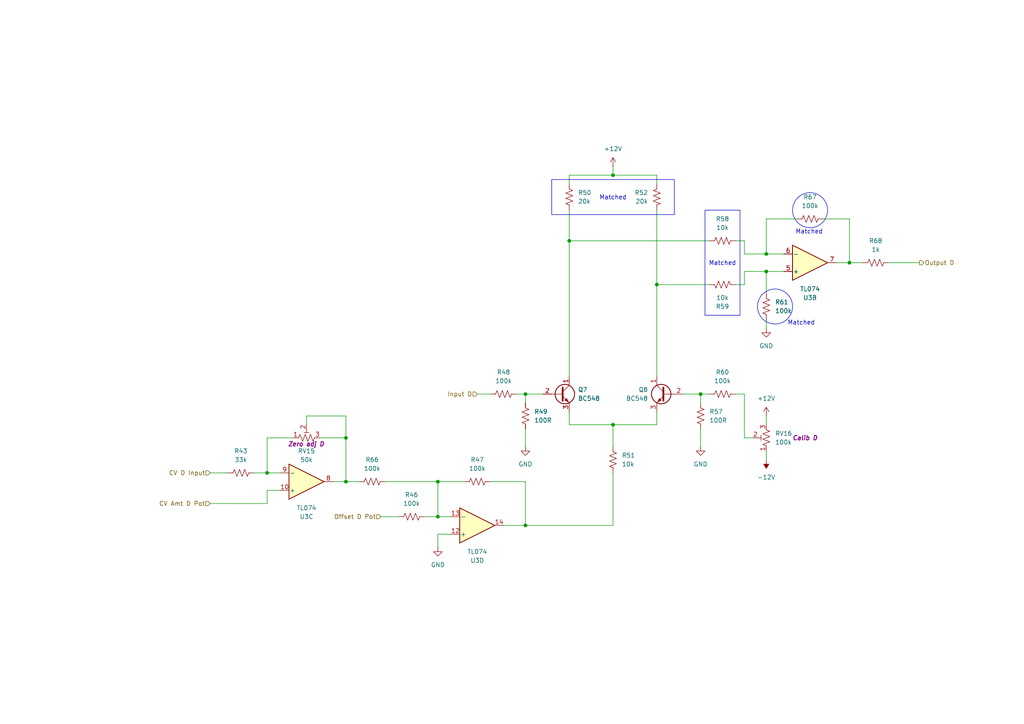
<source format=kicad_sch>
(kicad_sch (version 20250114) (generator "eeschema") (generator_version "9.0")
  (paper "A4")
  (title_block (company "DMH Instruments") (comment 1 "PCB for 5 cm Kosmo format synthesizer module"))
  (lib_symbols
    (symbol "Amplifier_Operational:TL074" (pin_names (offset 0.127))
      (property "Reference" "U" (at 0 5.08 0))
      (property "Value" "TL074" (at 0 -5.08 0))
      (symbol "TL074_1_1"
        (polyline (pts (xy -5.08 5.08) (xy 5.08 0) (xy -5.08 -5.08) (xy -5.08 5.08)) (stroke (width 0.254)) (fill (type background)))
        (pin input line (at -7.62 2.54 0) (length 2.54) (name "+") (number "3"))
        (pin input line (at -7.62 -2.54 0) (length 2.54) (name "-") (number "2"))
        (pin output line (at 7.62 0 180) (length 2.54) (name "~") (number "1"))
      )
      (symbol "TL074_2_1"
        (polyline (pts (xy -5.08 5.08) (xy 5.08 0) (xy -5.08 -5.08) (xy -5.08 5.08)) (stroke (width 0.254)) (fill (type background)))
        (pin input line (at -7.62 2.54 0) (length 2.54) (name "+") (number "5"))
        (pin input line (at -7.62 -2.54 0) (length 2.54) (name "-") (number "6"))
        (pin output line (at 7.62 0 180) (length 2.54) (name "~") (number "7"))
      )
      (symbol "TL074_3_1"
        (polyline (pts (xy -5.08 5.08) (xy 5.08 0) (xy -5.08 -5.08) (xy -5.08 5.08)) (stroke (width 0.254)) (fill (type background)))
        (pin input line (at -7.62 2.54 0) (length 2.54) (name "+") (number "10"))
        (pin input line (at -7.62 -2.54 0) (length 2.54) (name "-") (number "9"))
        (pin output line (at 7.62 0 180) (length 2.54) (name "~") (number "8"))
      )
      (symbol "TL074_4_1"
        (polyline (pts (xy -5.08 5.08) (xy 5.08 0) (xy -5.08 -5.08) (xy -5.08 5.08)) (stroke (width 0.254)) (fill (type background)))
        (pin input line (at -7.62 2.54 0) (length 2.54) (name "+") (number "12"))
        (pin input line (at -7.62 -2.54 0) (length 2.54) (name "-") (number "13"))
        (pin output line (at 7.62 0 180) (length 2.54) (name "~") (number "14"))
      )
      (symbol "TL074_5_1"
        (pin power_in line (at -2.54 7.62 270) (length 3.81) (name "V+") (number "4"))
        (pin power_in line (at -2.54 -7.62 90) (length 3.81) (name "V-") (number "11"))
      )
    )
    (symbol "Device:R_Potentiometer_Trim_US" (pin_names (offset 1.016) (hide yes))
      (property "Reference" "RV" (at -4.445 0 90))
      (property "Value" "R_Potentiometer_Trim_US" (at -2.54 0 90))
      (symbol "R_Potentiometer_Trim_US_0_1"
        (polyline (pts (xy 0 2.286) (xy 0 2.54)))
        (polyline (pts (xy 0 2.286) (xy 1.016 1.905) (xy 0 1.524) (xy -1.016 1.143) (xy 0 0.762)))
        (polyline (pts (xy 0 0.762) (xy 1.016 0.381) (xy 0 0) (xy -1.016 -0.381) (xy 0 -0.762)))
        (polyline (pts (xy 0 -0.762) (xy 1.016 -1.143) (xy 0 -1.524) (xy -1.016 -1.905) (xy 0 -2.286)))
        (polyline (pts (xy 0 -2.286) (xy 0 -2.54)))
        (polyline (pts (xy 1.524 0.762) (xy 1.524 -0.762)))
        (polyline (pts (xy 2.54 0) (xy 1.524 0)))
      )
      (symbol "R_Potentiometer_Trim_US_1_1"
        (pin passive line (at 0 3.81 270) (length 1.27) (name "1") (number "1"))
        (pin passive line (at 0 -3.81 90) (length 1.27) (name "3") (number "3"))
        (pin passive line (at 3.81 0 180) (length 1.27) (name "2") (number "2"))
      )
    )
    (symbol "Device:R_US" (pin_numbers (hide yes)) (pin_names (offset 0))
      (property "Reference" "R" (at 2.54 0 90))
      (property "Value" "R_US" (at -2.54 0 90))
      (symbol "R_US_0_1"
        (polyline (pts (xy 0 2.286) (xy 0 2.54)))
        (polyline (pts (xy 0 2.286) (xy 1.016 1.905) (xy 0 1.524) (xy -1.016 1.143) (xy 0 0.762)))
        (polyline (pts (xy 0 0.762) (xy 1.016 0.381) (xy 0 0) (xy -1.016 -0.381) (xy 0 -0.762)))
        (polyline (pts (xy 0 -0.762) (xy 1.016 -1.143) (xy 0 -1.524) (xy -1.016 -1.905) (xy 0 -2.286)))
        (polyline (pts (xy 0 -2.286) (xy 0 -2.54)))
      )
      (symbol "R_US_1_1"
        (pin passive line (at 0 3.81 270) (length 1.27) (name "~") (number "1"))
        (pin passive line (at 0 -3.81 90) (length 1.27) (name "~") (number "2"))
      )
    )
    (symbol "Transistor_BJT:BC548" (pin_names (offset 0) (hide yes))
      (property "Reference" "Q" (at 5.08 1.905 0))
      (property "Value" "BC548" (at 5.08 0 0))
      (symbol "BC548_0_1"
        (polyline (pts (xy -2.54 0) (xy 0.635 0)))
        (polyline (pts (xy 0.635 1.905) (xy 0.635 -1.905)) (stroke (width 0.508)))
        (circle (center 1.27 0) (radius 2.8194) (stroke (width 0.254)))
      )
      (symbol "BC548_1_1"
        (polyline (pts (xy 0.635 0.635) (xy 2.54 2.54)))
        (polyline (pts (xy 0.635 -0.635) (xy 2.54 -2.54)))
        (polyline (pts (xy 1.27 -1.778) (xy 1.778 -1.27) (xy 2.286 -2.286) (xy 1.27 -1.778)) (fill (type outline)))
        (pin input line (at -5.08 0 0) (length 2.54) (name "B") (number "2"))
        (pin passive line (at 2.54 5.08 270) (length 2.54) (name "C") (number "1"))
        (pin passive line (at 2.54 -5.08 90) (length 2.54) (name "E") (number "3"))
      )
    )
    (symbol "power:+12V" (power) (pin_numbers (hide yes)) (pin_names (offset 0) (hide yes))
      (property "Value" "+12V" (at 0 3.556 0))
      (symbol "+12V_0_1"
        (polyline (pts (xy -0.762 1.27) (xy 0 2.54)))
        (polyline (pts (xy 0 2.54) (xy 0.762 1.27)))
        (polyline (pts (xy 0 0) (xy 0 2.54)))
      )
      (symbol "+12V_1_1"
        (pin power_in line (at 0 0 90) (length 0) (name "~") (number "1"))
      )
    )
    (symbol "power:-12V" (power) (pin_numbers (hide yes)) (pin_names (offset 0) (hide yes))
      (property "Value" "-12V" (at 0 3.556 0))
      (symbol "-12V_0_0"
        (pin power_in line (at 0 0 90) (length 0) (name "~") (number "1"))
      )
      (symbol "-12V_0_1"
        (polyline (pts (xy 0 0) (xy 0 1.27) (xy 0.762 1.27) (xy 0 2.54) (xy -0.762 1.27) (xy 0 1.27)) (fill (type outline)))
      )
    )
    (symbol "power:GND" (power) (pin_numbers (hide yes)) (pin_names (offset 0) (hide yes))
      (property "Value" "GND" (at 0 -3.81 0))
      (symbol "GND_0_1"
        (polyline (pts (xy 0 0) (xy 0 -1.27) (xy 1.27 -1.27) (xy 0 -2.54) (xy -1.27 -1.27) (xy 0 -1.27)))
      )
      (symbol "GND_1_1"
        (pin power_in line (at 0 0 270) (length 0) (name "~") (number "1"))
      )
    )
  )
  (rectangle (start 204.47 60.96) (end 214.63 91.44))
  (circle (center 224.79 88.9) (radius 5.08))
  (circle (center 234.95 60.96) (radius 5.08))
  (rectangle (start 160.02 52.07) (end 195.58 62.23))
  (text "Matched" (at 232.41 93.726 0) (effects (font (size 1.27 1.27))))
  (text "Matched" (at 234.696 67.31 0) (effects (font (size 1.27 1.27))))
  (text "Matched" (at 177.8 57.404 0) (effects (font (size 1.27 1.27))))
  (text "Matched" (at 209.55 76.454 0) (effects (font (size 1.27 1.27))))
  (junction (at 152.4 114.3))
  (junction (at 177.8 123.19))
  (junction (at 246.38 76.2))
  (junction (at 100.33 139.7))
  (junction (at 165.1 69.85))
  (junction (at 100.33 127))
  (junction (at 152.4 152.4))
  (junction (at 77.47 137.16))
  (junction (at 177.8 50.8))
  (junction (at 222.25 73.66))
  (junction (at 127 149.86))
  (junction (at 222.25 78.74))
  (junction (at 127 139.7))
  (junction (at 190.5 82.55))
  (junction (at 203.2 114.3))
  (wire (pts (xy 190.5 60.96) (xy 190.5 82.55)))
  (wire (pts (xy 111.76 139.7) (xy 127 139.7)))
  (wire (pts (xy 215.9 78.74) (xy 222.25 78.74)))
  (wire (pts (xy 213.36 114.3) (xy 215.9 114.3)))
  (wire (pts (xy 213.36 82.55) (xy 215.9 82.55)))
  (wire (pts (xy 177.8 50.8) (xy 177.8 48.26)))
  (wire (pts (xy 77.47 146.05) (xy 77.47 142.24)))
  (wire (pts (xy 190.5 123.19) (xy 177.8 123.19)))
  (wire (pts (xy 146.05 152.4) (xy 152.4 152.4)))
  (wire (pts (xy 177.8 123.19) (xy 177.8 129.54)))
  (wire (pts (xy 215.9 73.66) (xy 222.25 73.66)))
  (wire (pts (xy 222.25 92.71) (xy 222.25 95.25)))
  (wire (pts (xy 152.4 139.7) (xy 152.4 152.4)))
  (wire (pts (xy 222.25 78.74) (xy 227.33 78.74)))
  (wire (pts (xy 190.5 50.8) (xy 177.8 50.8)))
  (wire (pts (xy 246.38 63.5) (xy 246.38 76.2)))
  (wire (pts (xy 110.49 149.86) (xy 115.57 149.86)))
  (wire (pts (xy 77.47 127) (xy 85.09 127)))
  (wire (pts (xy 190.5 53.34) (xy 190.5 50.8)))
  (wire (pts (xy 203.2 114.3) (xy 205.74 114.3)))
  (wire (pts (xy 222.25 73.66) (xy 227.33 73.66)))
  (wire (pts (xy 215.9 127) (xy 218.44 127)))
  (wire (pts (xy 134.62 139.7) (xy 127 139.7)))
  (wire (pts (xy 88.9 123.19) (xy 88.9 120.65)))
  (wire (pts (xy 246.38 76.2) (xy 250.19 76.2)))
  (wire (pts (xy 92.71 127) (xy 100.33 127)))
  (wire (pts (xy 190.5 82.55) (xy 190.5 109.22)))
  (wire (pts (xy 127 149.86) (xy 130.81 149.86)))
  (wire (pts (xy 127 139.7) (xy 127 149.86)))
  (wire (pts (xy 222.25 130.81) (xy 222.25 133.35)))
  (wire (pts (xy 152.4 152.4) (xy 177.8 152.4)))
  (wire (pts (xy 203.2 114.3) (xy 203.2 116.84)))
  (wire (pts (xy 165.1 53.34) (xy 165.1 50.8)))
  (wire (pts (xy 165.1 119.38) (xy 165.1 123.19)))
  (wire (pts (xy 77.47 137.16) (xy 81.28 137.16)))
  (wire (pts (xy 231.14 63.5) (xy 222.25 63.5)))
  (wire (pts (xy 60.96 137.16) (xy 66.04 137.16)))
  (wire (pts (xy 257.81 76.2) (xy 266.7 76.2)))
  (wire (pts (xy 177.8 152.4) (xy 177.8 137.16)))
  (wire (pts (xy 152.4 114.3) (xy 152.4 116.84)))
  (wire (pts (xy 100.33 139.7) (xy 96.52 139.7)))
  (wire (pts (xy 149.86 114.3) (xy 152.4 114.3)))
  (wire (pts (xy 238.76 63.5) (xy 246.38 63.5)))
  (wire (pts (xy 165.1 123.19) (xy 177.8 123.19)))
  (wire (pts (xy 123.19 149.86) (xy 127 149.86)))
  (wire (pts (xy 213.36 69.85) (xy 215.9 69.85)))
  (wire (pts (xy 100.33 120.65) (xy 100.33 127)))
  (wire (pts (xy 222.25 63.5) (xy 222.25 73.66)))
  (wire (pts (xy 203.2 124.46) (xy 203.2 129.54)))
  (wire (pts (xy 88.9 120.65) (xy 100.33 120.65)))
  (wire (pts (xy 60.96 146.05) (xy 77.47 146.05)))
  (wire (pts (xy 165.1 50.8) (xy 177.8 50.8)))
  (wire (pts (xy 198.12 114.3) (xy 203.2 114.3)))
  (wire (pts (xy 127 154.94) (xy 127 158.75)))
  (wire (pts (xy 130.81 154.94) (xy 127 154.94)))
  (wire (pts (xy 165.1 60.96) (xy 165.1 69.85)))
  (wire (pts (xy 242.57 76.2) (xy 246.38 76.2)))
  (wire (pts (xy 152.4 124.46) (xy 152.4 129.54)))
  (wire (pts (xy 100.33 139.7) (xy 104.14 139.7)))
  (wire (pts (xy 165.1 69.85) (xy 165.1 109.22)))
  (wire (pts (xy 152.4 114.3) (xy 157.48 114.3)))
  (wire (pts (xy 165.1 69.85) (xy 205.74 69.85)))
  (wire (pts (xy 138.43 114.3) (xy 142.24 114.3)))
  (wire (pts (xy 77.47 127) (xy 77.47 137.16)))
  (wire (pts (xy 215.9 82.55) (xy 215.9 78.74)))
  (wire (pts (xy 100.33 127) (xy 100.33 139.7)))
  (wire (pts (xy 190.5 82.55) (xy 205.74 82.55)))
  (wire (pts (xy 142.24 139.7) (xy 152.4 139.7)))
  (wire (pts (xy 215.9 114.3) (xy 215.9 127)))
  (wire (pts (xy 222.25 78.74) (xy 222.25 85.09)))
  (wire (pts (xy 77.47 142.24) (xy 81.28 142.24)))
  (wire (pts (xy 73.66 137.16) (xy 77.47 137.16)))
  (wire (pts (xy 190.5 119.38) (xy 190.5 123.19)))
  (wire (pts (xy 222.25 120.65) (xy 222.25 123.19)))
  (wire (pts (xy 215.9 69.85) (xy 215.9 73.66)))
  (hierarchical_label "Offset D Pot" (shape input) (at 110.49 149.86 180))
  (hierarchical_label "CV D Input" (shape input) (at 60.96 137.16 180))
  (hierarchical_label "Input D" (shape input) (at 138.43 114.3 180))
  (hierarchical_label "Output D" (shape output) (at 266.7 76.2 0))
  (hierarchical_label "CV Amt D Pot" (shape input) (at 60.96 146.05 180))
  (symbol (lib_id "power:GND") (at 203.2 129.54 0) (unit 1)
    (property "Reference" "#PWR039" (effects (hide yes)))
    (property "Value" "GND" (at 203.2 134.62 0))
    (property "Description" "Power symbol creates a global label with name \"GND\" , ground" (effects (hide yes)))
  )
  (symbol (lib_id "power:GND") (at 152.4 129.54 0) (unit 1)
    (property "Reference" "#PWR033" (effects (hide yes)))
    (property "Value" "GND" (at 152.4 134.62 0))
    (property "Description" "Power symbol creates a global label with name \"GND\" , ground" (effects (hide yes)))
  )
  (symbol (lib_id "Device:R_US") (at 234.95 63.5 270) (unit 1)
    (property "Reference" "R67" (at 234.95 57.15 90))
    (property "Value" "100k" (at 234.95 59.69 90))
    (property "Footprint" "Resistor_THT:R_Axial_DIN0207_L6.3mm_D2.5mm_P2.54mm_Vertical" (effects (hide yes)))
    (property "Description" "Resistor, US symbol" (effects (hide yes)))
  )
  (symbol (lib_id "Device:R_US") (at 203.2 120.65 180) (unit 1)
    (property "Reference" "R57" (at 205.74 119.3799 0) (effects (justify right)))
    (property "Value" "100R" (at 205.74 121.9199 0) (effects (justify right)))
    (property "Footprint" "Resistor_THT:R_Axial_DIN0207_L6.3mm_D2.5mm_P2.54mm_Vertical" (effects (hide yes)))
    (property "Description" "Resistor, US symbol" (effects (hide yes)))
  )
  (symbol (lib_id "Amplifier_Operational:TL074") (at 88.9 139.7 0) (mirror x) (unit 3)
    (property "Reference" "U3" (at 88.9 149.86 0))
    (property "Value" "TL074" (at 88.9 147.32 0))
    (property "Footprint" "Package_DIP:DIP-14_W7.62mm_Socket" (effects (hide yes)))
    (property "Datasheet" "http://www.ti.com/lit/ds/symlink/tl071.pdf" (effects (hide yes)))
    (property "Description" "Quad Low-Noise JFET-Input Operational Amplifiers, DIP-14/SOIC-14" (effects (hide yes)))
  )
  (symbol (lib_id "power:+12V") (at 222.25 120.65 0) (unit 1)
    (property "Reference" "#PWR050" (effects (hide yes)))
    (property "Value" "+12V" (at 222.25 115.57 0))
    (property "Description" "Power symbol creates a global label with name \"+12V\"" (effects (hide yes)))
  )
  (symbol (lib_id "Device:R_US") (at 254 76.2 270) (unit 1)
    (property "Reference" "R68" (at 254 69.85 90))
    (property "Value" "1k" (at 254 72.39 90))
    (property "Footprint" "Resistor_THT:R_Axial_DIN0207_L6.3mm_D2.5mm_P2.54mm_Vertical" (effects (hide yes)))
    (property "Description" "Resistor, US symbol" (effects (hide yes)))
  )
  (symbol (lib_id "Amplifier_Operational:TL074") (at 234.95 76.2 0) (mirror x) (unit 2)
    (property "Reference" "U3" (at 234.95 86.36 0))
    (property "Value" "TL074" (at 234.95 83.82 0))
    (property "Footprint" "Package_DIP:DIP-14_W7.62mm_Socket" (effects (hide yes)))
    (property "Datasheet" "http://www.ti.com/lit/ds/symlink/tl071.pdf" (effects (hide yes)))
    (property "Description" "Quad Low-Noise JFET-Input Operational Amplifiers, DIP-14/SOIC-14" (effects (hide yes)))
  )
  (symbol (lib_id "Device:R_US") (at 107.95 139.7 90) (unit 1)
    (property "Reference" "R66" (at 107.95 133.35 90))
    (property "Value" "100k" (at 107.95 135.89 90))
    (property "Footprint" "Resistor_THT:R_Axial_DIN0207_L6.3mm_D2.5mm_P2.54mm_Vertical" (effects (hide yes)))
    (property "Description" "Resistor, US symbol" (effects (hide yes)))
  )
  (symbol (lib_id "Amplifier_Operational:TL074") (at 138.43 152.4 0) (mirror x) (unit 4)
    (property "Reference" "U3" (at 138.43 162.56 0))
    (property "Value" "TL074" (at 138.43 160.02 0))
    (property "Footprint" "Package_DIP:DIP-14_W7.62mm_Socket" (effects (hide yes)))
    (property "Datasheet" "http://www.ti.com/lit/ds/symlink/tl071.pdf" (effects (hide yes)))
    (property "Description" "Quad Low-Noise JFET-Input Operational Amplifiers, DIP-14/SOIC-14" (effects (hide yes)))
  )
  (symbol (lib_id "Device:R_US") (at 152.4 120.65 180) (unit 1)
    (property "Reference" "R49" (at 154.94 119.3799 0) (effects (justify right)))
    (property "Value" "100R" (at 154.94 121.9199 0) (effects (justify right)))
    (property "Footprint" "Resistor_THT:R_Axial_DIN0207_L6.3mm_D2.5mm_P2.54mm_Vertical" (effects (hide yes)))
    (property "Description" "Resistor, US symbol" (effects (hide yes)))
  )
  (symbol (lib_id "Transistor_BJT:BC548") (at 162.56 114.3 0) (unit 1)
    (property "Reference" "Q7" (at 167.64 113.0299 0) (effects (justify left)))
    (property "Value" "BC548" (at 167.64 115.5699 0) (effects (justify left)))
    (property "Footprint" "Package_TO_SOT_THT:TO-92L_Inline_Wide" (effects (hide yes)))
    (property "Datasheet" "https://www.onsemi.com/pub/Collateral/BC550-D.pdf" (effects (hide yes)))
    (property "Description" "0.1A Ic, 30V Vce, Small Signal NPN Transistor, TO-92" (effects (hide yes)))
  )
  (symbol (lib_id "Device:R_US") (at 209.55 82.55 270) (mirror x) (unit 1)
    (property "Reference" "R59" (at 209.55 88.9 90))
    (property "Value" "10k" (at 209.55 86.36 90))
    (property "Footprint" "Resistor_THT:R_Axial_DIN0207_L6.3mm_D2.5mm_P2.54mm_Vertical" (effects (hide yes)))
    (property "Description" "Resistor, US symbol" (effects (hide yes)))
  )
  (symbol (lib_id "power:+12V") (at 177.8 48.26 0) (unit 1)
    (property "Reference" "#PWR034" (effects (hide yes)))
    (property "Value" "+12V" (at 177.8 43.18 0))
    (property "Description" "Power symbol creates a global label with name \"+12V\"" (effects (hide yes)))
  )
  (symbol (lib_id "Device:R_US") (at 146.05 114.3 270) (unit 1)
    (property "Reference" "R48" (at 146.05 107.95 90))
    (property "Value" "100k" (at 146.05 110.49 90))
    (property "Footprint" "Resistor_THT:R_Axial_DIN0207_L6.3mm_D2.5mm_P2.54mm_Vertical" (effects (hide yes)))
    (property "Description" "Resistor, US symbol" (effects (hide yes)))
  )
  (symbol (lib_id "Device:R_Potentiometer_Trim_US") (at 222.25 127 180) (unit 1)
    (property "Reference" "RV16" (at 224.79 125.73 0) (effects (justify right)))
    (property "Value" "100k" (at 224.79 128.27 0) (effects (justify right)))
    (property "Footprint" "Potentiometer_THT:Potentiometer_Bourns_3296W_Vertical" (effects (hide yes)))
    (property "Description" "Trim-potentiometer, US symbol" (effects (hide yes)))
    (property "Function" "Calib D" (at 229.87 127 0) (effects (font (thickness 0.254) (bold yes) (italic yes)) (justify right)))
  )
  (symbol (lib_id "Device:R_US") (at 165.1 57.15 180) (unit 1)
    (property "Reference" "R50" (at 167.64 55.8799 0) (effects (justify right)))
    (property "Value" "20k" (at 167.64 58.4199 0) (effects (justify right)))
    (property "Footprint" "Resistor_THT:R_Axial_DIN0207_L6.3mm_D2.5mm_P2.54mm_Vertical" (effects (hide yes)))
    (property "Description" "Resistor, US symbol" (effects (hide yes)))
  )
  (symbol (lib_id "Device:R_US") (at 209.55 114.3 270) (unit 1)
    (property "Reference" "R60" (at 209.55 107.95 90))
    (property "Value" "100k" (at 209.55 110.49 90))
    (property "Footprint" "Resistor_THT:R_Axial_DIN0207_L6.3mm_D2.5mm_P2.54mm_Vertical" (effects (hide yes)))
    (property "Description" "Resistor, US symbol" (effects (hide yes)))
  )
  (symbol (lib_id "Device:R_US") (at 209.55 69.85 270) (unit 1)
    (property "Reference" "R58" (at 209.55 63.5 90))
    (property "Value" "10k" (at 209.55 66.04 90))
    (property "Footprint" "Resistor_THT:R_Axial_DIN0207_L6.3mm_D2.5mm_P2.54mm_Vertical" (effects (hide yes)))
    (property "Description" "Resistor, US symbol" (effects (hide yes)))
  )
  (symbol (lib_id "Device:R_US") (at 138.43 139.7 90) (unit 1)
    (property "Reference" "R47" (at 138.43 133.35 90))
    (property "Value" "100k" (at 138.43 135.89 90))
    (property "Footprint" "Resistor_THT:R_Axial_DIN0207_L6.3mm_D2.5mm_P2.54mm_Vertical" (effects (hide yes)))
    (property "Description" "Resistor, US symbol" (effects (hide yes)))
  )
  (symbol (lib_id "Device:R_US") (at 222.25 88.9 0) (unit 1)
    (property "Reference" "R61" (at 224.79 87.6299 0) (effects (justify left)))
    (property "Value" "100k" (at 224.79 90.1699 0) (effects (justify left)))
    (property "Footprint" "Resistor_THT:R_Axial_DIN0207_L6.3mm_D2.5mm_P2.54mm_Vertical" (effects (hide yes)))
    (property "Description" "Resistor, US symbol" (effects (hide yes)))
  )
  (symbol (lib_id "power:GND") (at 127 158.75 0) (unit 1)
    (property "Reference" "#PWR032" (effects (hide yes)))
    (property "Value" "GND" (at 127 163.83 0))
    (property "Description" "Power symbol creates a global label with name \"GND\" , ground" (effects (hide yes)))
  )
  (symbol (lib_id "Device:R_US") (at 119.38 149.86 90) (unit 1)
    (property "Reference" "R46" (at 119.38 143.51 90))
    (property "Value" "100k" (at 119.38 146.05 90))
    (property "Footprint" "Resistor_THT:R_Axial_DIN0207_L6.3mm_D2.5mm_P2.54mm_Vertical" (effects (hide yes)))
    (property "Description" "Resistor, US symbol" (effects (hide yes)))
  )
  (symbol (lib_id "Device:R_US") (at 69.85 137.16 90) (unit 1)
    (property "Reference" "R43" (at 69.85 130.81 90))
    (property "Value" "33k" (at 69.85 133.35 90))
    (property "Footprint" "Resistor_THT:R_Axial_DIN0207_L6.3mm_D2.5mm_P2.54mm_Vertical" (effects (hide yes)))
    (property "Description" "Resistor, US symbol" (effects (hide yes)))
  )
  (symbol (lib_id "Transistor_BJT:BC548") (at 193.04 114.3 0) (mirror y) (unit 1)
    (property "Reference" "Q8" (at 187.96 113.0299 0) (effects (justify left)))
    (property "Value" "BC548" (at 187.96 115.5699 0) (effects (justify left)))
    (property "Footprint" "Package_TO_SOT_THT:TO-92L_Inline_Wide" (effects (hide yes)))
    (property "Datasheet" "https://www.onsemi.com/pub/Collateral/BC550-D.pdf" (effects (hide yes)))
    (property "Description" "0.1A Ic, 30V Vce, Small Signal NPN Transistor, TO-92" (effects (hide yes)))
  )
  (symbol (lib_id "power:-12V") (at 222.25 133.35 180) (unit 1)
    (property "Reference" "#PWR051" (effects (hide yes)))
    (property "Value" "-12V" (at 222.25 138.43 0))
    (property "Description" "Power symbol creates a global label with name \"-12V\"" (effects (hide yes)))
  )
  (symbol (lib_id "Device:R_US") (at 190.5 57.15 0) (mirror x) (unit 1)
    (property "Reference" "R52" (at 187.96 55.8799 0) (effects (justify right)))
    (property "Value" "20k" (at 187.96 58.4199 0) (effects (justify right)))
    (property "Footprint" "Resistor_THT:R_Axial_DIN0207_L6.3mm_D2.5mm_P2.54mm_Vertical" (effects (hide yes)))
    (property "Description" "Resistor, US symbol" (effects (hide yes)))
  )
  (symbol (lib_id "power:GND") (at 222.25 95.25 0) (unit 1)
    (property "Reference" "#PWR049" (effects (hide yes)))
    (property "Value" "GND" (at 222.25 100.33 0))
    (property "Description" "Power symbol creates a global label with name \"GND\" , ground" (effects (hide yes)))
  )
  (symbol (lib_id "Device:R_Potentiometer_Trim_US") (at 88.9 127 90) (unit 1)
    (property "Reference" "RV15" (at 88.9 130.81 90))
    (property "Value" "50k" (at 88.9 133.35 90))
    (property "Footprint" "Potentiometer_THT:Potentiometer_Bourns_3296W_Vertical" (effects (hide yes)))
    (property "Description" "Trim-potentiometer, US symbol" (effects (hide yes)))
    (property "Function" "Zero adj D" (at 88.9 128.778 90) (effects (font (thickness 0.254) (bold yes) (italic yes))))
  )
  (symbol (lib_id "Device:R_US") (at 177.8 133.35 180) (unit 1)
    (property "Reference" "R51" (at 180.34 132.0799 0) (effects (justify right)))
    (property "Value" "10k" (at 180.34 134.6199 0) (effects (justify right)))
    (property "Footprint" "Resistor_THT:R_Axial_DIN0207_L6.3mm_D2.5mm_P2.54mm_Vertical" (effects (hide yes)))
    (property "Description" "Resistor, US symbol" (effects (hide yes)))
  )
)
</source>
